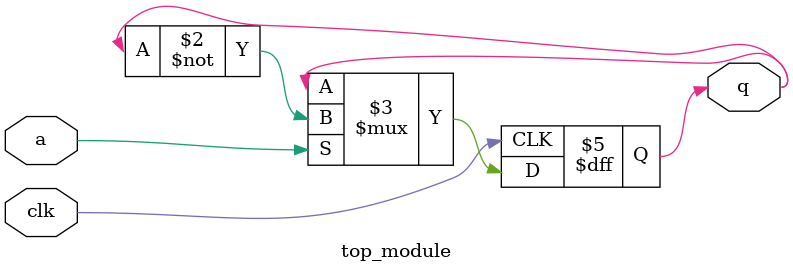
<source format=sv>
module top_module (
	input clk,
	input a, 
	output reg q
);

  always @(posedge clk) begin
    if (a)
      q <= ~q;
  end

endmodule

</source>
